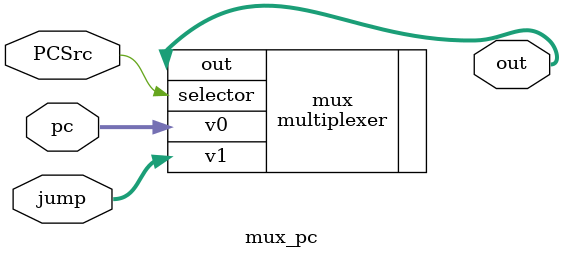
<source format=v>
module mux_pc (
	input PCSrc,
	input [15:0] pc, jump,
	output [15:0] out
);

multiplexer mux(.v0(pc), .v1(jump), .selector(PCSrc), .out(out));

endmodule
</source>
